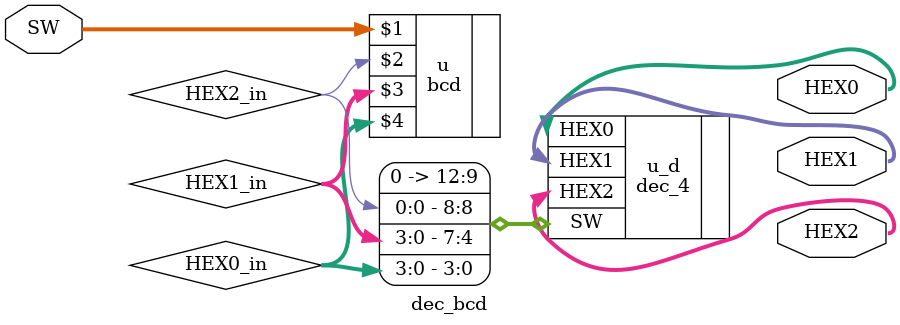
<source format=v>
module dec_bcd (
    SW,
    HEX2,
    HEX1,
    HEX0
);
    
input [7:0] SW;
output [3:0] HEX0;
output [3:0] HEX1;
output [3:0] HEX2;

wire [3:0] HEX0_in, HEX1_in, HEX2_i;

bcd u(SW, HEX2_in, HEX1_in, HEX0_in);
dec_4 u_d(
    .SW({4'b0000, HEX2_in, HEX1_in, HEX0_in}),
    .HEX2(HEX2),
    .HEX1(HEX1),
    .HEX0(HEX0)
);

endmodule
</source>
